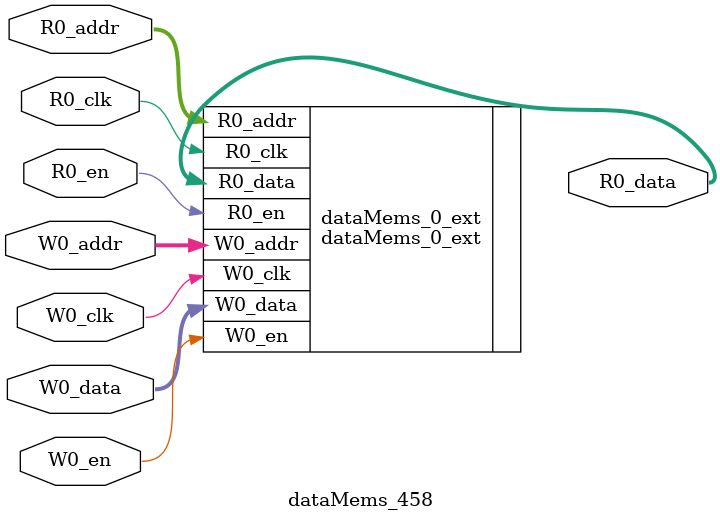
<source format=sv>
`ifndef RANDOMIZE
  `ifdef RANDOMIZE_REG_INIT
    `define RANDOMIZE
  `endif // RANDOMIZE_REG_INIT
`endif // not def RANDOMIZE
`ifndef RANDOMIZE
  `ifdef RANDOMIZE_MEM_INIT
    `define RANDOMIZE
  `endif // RANDOMIZE_MEM_INIT
`endif // not def RANDOMIZE

`ifndef RANDOM
  `define RANDOM $random
`endif // not def RANDOM

// Users can define 'PRINTF_COND' to add an extra gate to prints.
`ifndef PRINTF_COND_
  `ifdef PRINTF_COND
    `define PRINTF_COND_ (`PRINTF_COND)
  `else  // PRINTF_COND
    `define PRINTF_COND_ 1
  `endif // PRINTF_COND
`endif // not def PRINTF_COND_

// Users can define 'ASSERT_VERBOSE_COND' to add an extra gate to assert error printing.
`ifndef ASSERT_VERBOSE_COND_
  `ifdef ASSERT_VERBOSE_COND
    `define ASSERT_VERBOSE_COND_ (`ASSERT_VERBOSE_COND)
  `else  // ASSERT_VERBOSE_COND
    `define ASSERT_VERBOSE_COND_ 1
  `endif // ASSERT_VERBOSE_COND
`endif // not def ASSERT_VERBOSE_COND_

// Users can define 'STOP_COND' to add an extra gate to stop conditions.
`ifndef STOP_COND_
  `ifdef STOP_COND
    `define STOP_COND_ (`STOP_COND)
  `else  // STOP_COND
    `define STOP_COND_ 1
  `endif // STOP_COND
`endif // not def STOP_COND_

// Users can define INIT_RANDOM as general code that gets injected into the
// initializer block for modules with registers.
`ifndef INIT_RANDOM
  `define INIT_RANDOM
`endif // not def INIT_RANDOM

// If using random initialization, you can also define RANDOMIZE_DELAY to
// customize the delay used, otherwise 0.002 is used.
`ifndef RANDOMIZE_DELAY
  `define RANDOMIZE_DELAY 0.002
`endif // not def RANDOMIZE_DELAY

// Define INIT_RANDOM_PROLOG_ for use in our modules below.
`ifndef INIT_RANDOM_PROLOG_
  `ifdef RANDOMIZE
    `ifdef VERILATOR
      `define INIT_RANDOM_PROLOG_ `INIT_RANDOM
    `else  // VERILATOR
      `define INIT_RANDOM_PROLOG_ `INIT_RANDOM #`RANDOMIZE_DELAY begin end
    `endif // VERILATOR
  `else  // RANDOMIZE
    `define INIT_RANDOM_PROLOG_
  `endif // RANDOMIZE
`endif // not def INIT_RANDOM_PROLOG_

// Include register initializers in init blocks unless synthesis is set
`ifndef SYNTHESIS
  `ifndef ENABLE_INITIAL_REG_
    `define ENABLE_INITIAL_REG_
  `endif // not def ENABLE_INITIAL_REG_
`endif // not def SYNTHESIS

// Include rmemory initializers in init blocks unless synthesis is set
`ifndef SYNTHESIS
  `ifndef ENABLE_INITIAL_MEM_
    `define ENABLE_INITIAL_MEM_
  `endif // not def ENABLE_INITIAL_MEM_
`endif // not def SYNTHESIS

module dataMems_458(	// @[generators/ara/src/main/scala/UnsafeAXI4ToTL.scala:365:62]
  input  [4:0]  R0_addr,
  input         R0_en,
  input         R0_clk,
  output [66:0] R0_data,
  input  [4:0]  W0_addr,
  input         W0_en,
  input         W0_clk,
  input  [66:0] W0_data
);

  dataMems_0_ext dataMems_0_ext (	// @[generators/ara/src/main/scala/UnsafeAXI4ToTL.scala:365:62]
    .R0_addr (R0_addr),
    .R0_en   (R0_en),
    .R0_clk  (R0_clk),
    .R0_data (R0_data),
    .W0_addr (W0_addr),
    .W0_en   (W0_en),
    .W0_clk  (W0_clk),
    .W0_data (W0_data)
  );
endmodule


</source>
